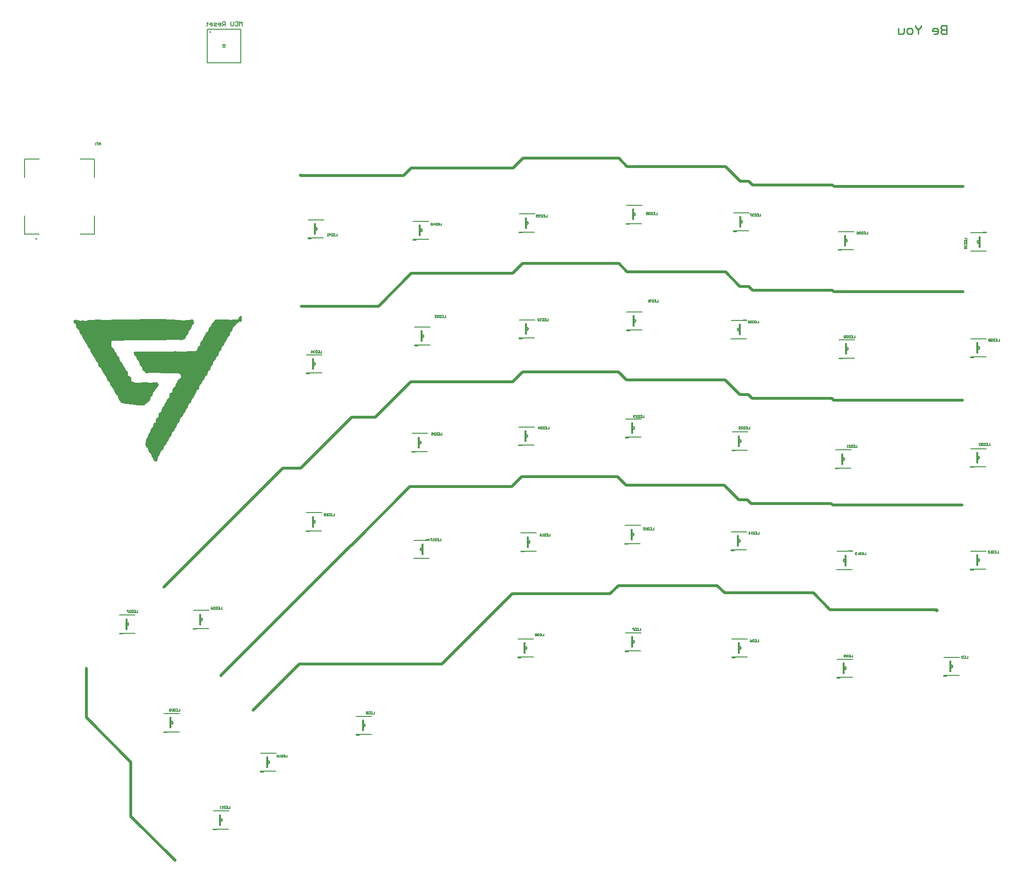
<source format=gbo>
G04*
G04 #@! TF.GenerationSoftware,Altium Limited,Altium Designer,24.10.1 (45)*
G04*
G04 Layer_Color=32896*
%FSLAX44Y44*%
%MOMM*%
G71*
G04*
G04 #@! TF.SameCoordinates,3551A3A7-0B07-42EA-8A9A-C0D20DE36A30*
G04*
G04*
G04 #@! TF.FilePolarity,Positive*
G04*
G01*
G75*
%ADD12C,0.2000*%
%ADD13C,0.2540*%
%ADD14C,0.1524*%
%ADD16C,0.1270*%
%ADD167C,0.5080*%
%ADD192R,0.3563X2.1082*%
%ADD193R,0.6858X0.2540*%
G36*
X415902Y463025D02*
Y462508D01*
Y454758D01*
X414094Y454500D01*
X412027Y453983D01*
X407894Y451400D01*
X406860Y450883D01*
X405569Y449075D01*
X405052Y448042D01*
X403244Y446233D01*
X402210Y445717D01*
X400661Y444167D01*
X399885Y441325D01*
X399369Y439258D01*
X395752Y435642D01*
X394719Y430992D01*
X394202Y428925D01*
X392911Y427634D01*
X391877Y427117D01*
X389036Y421692D01*
X388519Y420659D01*
X386711Y418850D01*
X385677Y416267D01*
X384902Y413425D01*
X382319Y410842D01*
X381027Y409034D01*
X380252Y405676D01*
X379736Y403609D01*
X376636Y401542D01*
X376119Y400509D01*
X375344Y399734D01*
X374569Y394826D01*
X371986Y392242D01*
X370436Y389659D01*
X369403Y387076D01*
X366303Y383976D01*
X365786Y381909D01*
X364753Y378293D01*
X361136Y374676D01*
X360619Y370543D01*
X359586Y367959D01*
X358294Y367184D01*
X357261Y366668D01*
X355969Y365376D01*
X354420Y359176D01*
X353128Y357885D01*
X352094Y357368D01*
X350286Y354010D01*
X349253Y351426D01*
X347703Y349876D01*
X346153Y347293D01*
X344603Y343676D01*
X340986Y340060D01*
X340470Y336960D01*
X339953Y334893D01*
X337628Y332568D01*
X336595Y332052D01*
X336078Y331018D01*
X334270Y326110D01*
X333236Y325077D01*
X329620Y318360D01*
X326778Y315518D01*
X325486Y310094D01*
X324195Y308802D01*
X323162Y308285D01*
X321870Y306994D01*
X320837Y304410D01*
X319803Y300277D01*
X319028Y299502D01*
X317995Y298985D01*
X316703Y297177D01*
X316187Y296144D01*
X314637Y292527D01*
X312312Y290202D01*
X311020Y286844D01*
X309987Y284261D01*
X309212Y284002D01*
X308179Y282969D01*
X307145Y282452D01*
X306370Y281161D01*
X305337Y277027D01*
X304562Y274702D01*
X303529Y274186D01*
X302754Y273411D01*
X300687Y269794D01*
X299654Y266178D01*
X298104Y264628D01*
X295004Y258944D01*
X291904Y255844D01*
X291387Y253778D01*
X290354Y250161D01*
X289062Y248869D01*
X288029Y248353D01*
X286220Y246028D01*
X285704Y243961D01*
X284671Y241378D01*
X283120Y239828D01*
X280537Y235178D01*
X276921Y230011D01*
X276404Y227945D01*
X275371Y225361D01*
X274596Y224587D01*
X273562Y224070D01*
X271237Y221745D01*
X270721Y219678D01*
X269171Y216062D01*
X268654Y215028D01*
X266071Y212445D01*
X265554Y206762D01*
X265037Y204695D01*
X262196Y203403D01*
X259871Y204179D01*
X257288Y208828D01*
X256771Y209862D01*
X255738Y210895D01*
X254704Y213478D01*
X253671Y217095D01*
X251863Y218903D01*
X250829Y219420D01*
X249538Y221228D01*
X249021Y224845D01*
X247988Y227428D01*
X246696Y228720D01*
X245663Y229236D01*
X244371Y230528D01*
X243854Y233628D01*
X244371Y240345D01*
X245404Y243961D01*
X247988Y247578D01*
X248504Y251194D01*
X249538Y253778D01*
X251088Y255328D01*
X252379Y257136D01*
X253671Y262561D01*
X255738Y264628D01*
X257029Y266436D01*
X257804Y269794D01*
X259096Y272636D01*
X260129Y273153D01*
X261938Y274961D01*
X262454Y279094D01*
X263487Y281677D01*
X266329Y282969D01*
X267621Y284261D01*
X267104Y288394D01*
X268137Y290977D01*
X272271Y293561D01*
X272787Y299760D01*
X274079Y301052D01*
X275112Y301569D01*
X276921Y303377D01*
X277437Y304410D01*
X278471Y308027D01*
X279246Y308802D01*
X281570Y311644D01*
X282087Y313710D01*
X283120Y316294D01*
X285445Y317585D01*
X286996Y319135D01*
X286737Y323527D01*
X287770Y326110D01*
X290612Y327402D01*
X291904Y328693D01*
X292420Y334377D01*
X293712Y335668D01*
X294745Y336185D01*
X296554Y337993D01*
X297329Y339801D01*
X298104Y343160D01*
X300429Y345485D01*
X302237Y350393D01*
X303012Y351168D01*
X305595Y352718D01*
X306887Y354010D01*
X307404Y356593D01*
X306370Y360210D01*
X305595Y360984D01*
X301462Y361501D01*
X271496Y362018D01*
X269946Y362534D01*
X249538Y362276D01*
X246954Y361759D01*
X244629Y362018D01*
X241013Y365634D01*
X239979Y366151D01*
X238171Y367959D01*
X237654Y371576D01*
X237138Y373643D01*
X236363Y374418D01*
X234555Y375709D01*
X233263Y377518D01*
X232488Y380876D01*
X231455Y383459D01*
X229130Y385784D01*
X227838Y389142D01*
X227321Y391209D01*
X225513Y393017D01*
X224480Y393534D01*
X224221Y394309D01*
X223188Y395342D01*
X222671Y399476D01*
X223705Y400509D01*
X225771Y401026D01*
X294229Y400767D01*
X295779Y401284D01*
X300945Y400767D01*
X302495Y401284D01*
X303787Y401026D01*
X331945Y401284D01*
X335561Y402834D01*
X336595Y405417D01*
X337370Y408775D01*
X338661Y410067D01*
X339695Y410584D01*
X341503Y412392D01*
X342020Y414975D01*
X342536Y418592D01*
X343311Y419367D01*
X344345Y419884D01*
X346153Y421692D01*
X346928Y423500D01*
X347703Y426342D01*
X349770Y428409D01*
X351320Y430992D01*
X352353Y434608D01*
X356486Y437192D01*
X357003Y441842D01*
X357778Y444167D01*
X360361Y445717D01*
X362169Y449075D01*
X363203Y451658D01*
X363978Y452433D01*
X365011Y452950D01*
X366819Y455275D01*
X367336Y456308D01*
X369403Y458375D01*
X391361Y458116D01*
X398077Y457600D01*
X399627Y458116D01*
X403244Y458633D01*
X404794Y458116D01*
X409185Y458375D01*
X411769Y463025D01*
X413577Y464316D01*
X415644Y464833D01*
X415902Y463025D01*
D02*
G37*
G36*
X293712Y458633D02*
X295779Y458116D01*
X297329Y457600D01*
X306628Y457083D01*
X308179Y456566D01*
X312053Y456825D01*
X317737Y457341D01*
X321870Y457858D01*
X326778Y458633D01*
X328845Y458116D01*
X330136Y456825D01*
X330653Y451658D01*
X327037Y448042D01*
X325486Y441842D01*
X324712Y441067D01*
X322903Y439775D01*
X321612Y437967D01*
X320837Y433059D01*
X317220Y429442D01*
X315153Y424275D01*
X312828Y422467D01*
X309729Y421950D01*
X308179Y421434D01*
X304820Y421692D01*
X257546Y421434D01*
X216730Y420917D01*
X193997Y419884D01*
X187280Y420400D01*
X183664Y419884D01*
X182372Y418592D01*
X182889Y410842D01*
X183405Y408775D01*
X184180Y408000D01*
X185214Y407484D01*
X185989Y406709D01*
X187539Y404126D01*
X188572Y401542D01*
X189347Y400767D01*
X190380Y400251D01*
X192188Y397926D01*
X192705Y393792D01*
X193480Y393017D01*
X196063Y391467D01*
X197355Y390176D01*
X197872Y383459D01*
X200197Y382168D01*
X202005Y380359D01*
X203038Y377776D01*
X204330Y374418D01*
X206913Y371318D01*
X207688Y368476D01*
X210530Y366151D01*
X211563Y365634D01*
X212597Y363051D01*
X212338Y358660D01*
X213113Y357885D01*
X216730Y355818D01*
X217763Y353235D01*
X218280Y348585D01*
X221121Y346776D01*
X223705Y345743D01*
X226288Y345226D01*
X247213Y345485D01*
X248763Y344968D01*
X263746Y345485D01*
X265812Y344968D01*
X266587Y344193D01*
X267104Y340577D01*
X266587Y338510D01*
X265296Y337218D01*
X264263Y336702D01*
X263487Y335927D01*
X262196Y334118D01*
X260904Y330760D01*
X258321Y328177D01*
X257288Y325593D01*
X256254Y321977D01*
X255479Y321202D01*
X254446Y320685D01*
X253154Y319394D01*
X252638Y316810D01*
X251604Y312677D01*
X250829Y311902D01*
X249796Y311385D01*
X245663Y307252D01*
X241013Y304669D01*
X235330Y304152D01*
X233780Y304669D01*
X232230Y304152D01*
X229905Y304410D01*
X225771Y304927D01*
X218797Y305702D01*
X210013Y306735D01*
X204847Y307252D01*
X201230Y308285D01*
X198905Y311127D01*
X198388Y312160D01*
X196322Y314227D01*
X195805Y315260D01*
X195030Y316035D01*
X194255Y319394D01*
X193222Y321977D01*
X191930Y323268D01*
X190897Y323785D01*
X188572Y328177D01*
X187539Y330760D01*
X186505Y331793D01*
X183922Y336443D01*
X183405Y337477D01*
X182630Y338251D01*
X180305Y341093D01*
X179789Y343676D01*
X178755Y346260D01*
X176947Y348068D01*
X175914Y348585D01*
X175655Y349360D01*
X174880Y350135D01*
X174105Y352976D01*
X173072Y355560D01*
X171522Y357110D01*
X168939Y361759D01*
X168422Y362793D01*
X167389Y363826D01*
X166872Y364860D01*
X166097Y365634D01*
X164289Y370543D01*
X162997Y371834D01*
X161189Y373126D01*
X159897Y374934D01*
X159122Y378293D01*
X158606Y380359D01*
X157831Y381134D01*
X156797Y381651D01*
X156022Y382426D01*
X154472Y385009D01*
X152922Y388626D01*
X151889Y389659D01*
X149823Y393276D01*
X148789Y395859D01*
X148272Y396892D01*
X147498Y397667D01*
X146464Y398184D01*
X145173Y399992D01*
X144656Y403092D01*
Y403609D01*
X144139Y405159D01*
X141039Y408259D01*
X139489Y410842D01*
X138973Y413942D01*
X136906Y416009D01*
X134323Y420659D01*
X133806Y421692D01*
X133031Y422467D01*
X130706Y425309D01*
X130189Y428409D01*
X129156Y430992D01*
X128381Y431250D01*
X125540Y434092D01*
X125023Y437708D01*
X124506Y439775D01*
X123731Y440550D01*
X122698Y441067D01*
X120373Y443392D01*
X119340Y447525D01*
X118048Y450367D01*
X117015Y450883D01*
X115981Y451917D01*
X114948Y454500D01*
X115206Y456825D01*
X115981Y457600D01*
X118565Y458116D01*
X121148Y457083D01*
X124764Y456566D01*
X126314Y456050D01*
X129673Y456308D01*
X137681Y456050D01*
X141298Y457083D01*
X143364Y457600D01*
X162481Y458116D01*
X166097Y457600D01*
X197872Y458375D01*
X268654Y458891D01*
X293712Y458633D01*
D02*
G37*
D12*
X48662Y602942D02*
G03*
X48662Y602942I-1000J0D01*
G01*
X360918Y973836D02*
G03*
X360918Y973836I-1000J0D01*
G01*
D13*
X1120394Y-119888D02*
G03*
X1120394Y-119888I-2286J0D01*
G01*
X1311482Y-130962D02*
G03*
X1311482Y-130962I-2286J0D01*
G01*
X1500204Y-167212D02*
G03*
X1500204Y-167212I-2286J0D01*
G01*
X548386Y378714D02*
G03*
X548386Y378714I-2286J0D01*
G01*
X1503680Y405638D02*
G03*
X1503680Y405638I-2286J0D01*
G01*
X547864Y95429D02*
G03*
X547864Y95429I-2286J0D01*
G01*
X1119632Y72644D02*
G03*
X1119632Y72644I-2286J0D01*
G01*
X1310299Y61149D02*
G03*
X1310299Y61149I-2286J0D01*
G01*
X1739392Y26416D02*
G03*
X1739392Y26416I-2286J0D01*
G01*
X1691386Y-164084D02*
G03*
X1691386Y-164084I-2286J0D01*
G01*
X1499870Y25908D02*
G03*
X1499870Y25908I-2286J0D01*
G01*
X1310173Y440261D02*
G03*
X1310173Y440261I-2286J0D01*
G01*
X551434Y621030D02*
G03*
X551434Y621030I-2286J0D01*
G01*
X739902Y618490D02*
G03*
X739902Y618490I-2286J0D01*
G01*
X929894Y631444D02*
G03*
X929894Y631444I-2286J0D01*
G01*
X1121918Y646938D02*
G03*
X1121918Y646938I-2286J0D01*
G01*
X1314196Y633730D02*
G03*
X1314196Y633730I-2286J0D01*
G01*
X1502156Y599948D02*
G03*
X1502156Y599948I-2286J0D01*
G01*
X1739900Y597408D02*
G03*
X1739900Y597408I-2286J0D01*
G01*
X1739646Y407416D02*
G03*
X1739646Y407416I-2286J0D01*
G01*
X1739137Y210448D02*
G03*
X1739137Y210448I-2286J0D01*
G01*
X1497330Y208026D02*
G03*
X1497330Y208026I-2286J0D01*
G01*
X1311910Y240284D02*
G03*
X1311910Y240284I-2286J0D01*
G01*
X1120902Y263652D02*
G03*
X1120902Y263652I-2286J0D01*
G01*
X928878Y249428D02*
G03*
X928878Y249428I-2286J0D01*
G01*
X737870Y237744D02*
G03*
X737870Y237744I-2286J0D01*
G01*
X741041Y46085D02*
G03*
X741041Y46085I-2286J0D01*
G01*
X933081Y59130D02*
G03*
X933081Y59130I-2286J0D01*
G01*
X637540Y-269748D02*
G03*
X637540Y-269748I-2286J0D01*
G01*
X213392Y-88091D02*
G03*
X213392Y-88091I-2286J0D01*
G01*
X292862Y-264922D02*
G03*
X292862Y-264922I-2286J0D01*
G01*
X381254Y-439420D02*
G03*
X381254Y-439420I-2286J0D01*
G01*
X466090Y-335788D02*
G03*
X466090Y-335788I-2286J0D01*
G01*
X927688Y-130839D02*
G03*
X927688Y-130839I-2286J0D01*
G01*
X345694Y-79756D02*
G03*
X345694Y-79756I-2286J0D01*
G01*
X1122680Y455930D02*
G03*
X1122680Y455930I-2286J0D01*
G01*
X929949Y441372D02*
G03*
X929949Y441372I-2286J0D01*
G01*
X742549Y428651D02*
G03*
X742549Y428651I-2286J0D01*
G01*
X1680464Y985515D02*
Y970280D01*
X1672847D01*
X1670307Y972819D01*
Y975358D01*
X1672847Y977897D01*
X1680464D01*
X1672847D01*
X1670307Y980437D01*
Y982976D01*
X1672847Y985515D01*
X1680464D01*
X1657611Y970280D02*
X1662690D01*
X1665229Y972819D01*
Y977897D01*
X1662690Y980437D01*
X1657611D01*
X1655072Y977897D01*
Y975358D01*
X1665229D01*
X1634759Y985515D02*
Y982976D01*
X1629680Y977897D01*
X1624602Y982976D01*
Y985515D01*
X1629680Y977897D02*
Y970280D01*
X1616985D02*
X1611906D01*
X1609367Y972819D01*
Y977897D01*
X1611906Y980437D01*
X1616985D01*
X1619524Y977897D01*
Y972819D01*
X1616985Y970280D01*
X1604289Y980437D02*
Y972819D01*
X1601750Y970280D01*
X1594132D01*
Y980437D01*
D14*
X417322Y985266D02*
Y992884D01*
X414783Y990344D01*
X412244Y992884D01*
Y985266D01*
X404626Y991614D02*
X405896Y992884D01*
X408435D01*
X409705Y991614D01*
Y986536D01*
X408435Y985266D01*
X405896D01*
X404626Y986536D01*
X402087Y992884D02*
Y986536D01*
X400817Y985266D01*
X398278D01*
X397009Y986536D01*
Y992884D01*
X386852Y985266D02*
Y992884D01*
X383043D01*
X381773Y991614D01*
Y989075D01*
X383043Y987805D01*
X386852D01*
X384313D02*
X381773Y985266D01*
X375425D02*
X377965D01*
X379234Y986536D01*
Y989075D01*
X377965Y990344D01*
X375425D01*
X374156Y989075D01*
Y987805D01*
X379234D01*
X371617Y985266D02*
X367808D01*
X366538Y986536D01*
X367808Y987805D01*
X370347D01*
X371617Y989075D01*
X370347Y990344D01*
X366538D01*
X360191Y985266D02*
X362730D01*
X363999Y986536D01*
Y989075D01*
X362730Y990344D01*
X360191D01*
X358921Y989075D01*
Y987805D01*
X363999D01*
X355112Y991614D02*
Y990344D01*
X356382D01*
X353843D01*
X355112D01*
Y986536D01*
X353843Y985266D01*
D16*
X27162Y611942D02*
Y644942D01*
Y611942D02*
X52662D01*
X126662D02*
X152162D01*
Y644942D01*
X27162Y712942D02*
Y745942D01*
X52662D01*
X126662D02*
X152162D01*
Y712942D02*
Y745942D01*
X1104392Y-103632D02*
X1132332D01*
X1103891Y-136192D02*
X1131831D01*
X1294979Y-147266D02*
X1322919D01*
X1295480Y-114706D02*
X1323420D01*
X1484202Y-150956D02*
X1512142D01*
X1483701Y-183516D02*
X1511641D01*
X531883Y362410D02*
X559823D01*
X532384Y394970D02*
X560324D01*
X1487678Y421894D02*
X1515618D01*
X1487177Y389334D02*
X1515117D01*
X531361Y79125D02*
X559301D01*
X531862Y111685D02*
X559802D01*
X1103630Y88900D02*
X1131570D01*
X1103129Y56340D02*
X1131069D01*
X1293796Y44845D02*
X1321736D01*
X1294297Y77405D02*
X1322237D01*
X1722889Y10112D02*
X1750829D01*
X1723390Y42672D02*
X1751330D01*
X1674883Y-180388D02*
X1702823D01*
X1675384Y-147828D02*
X1703324D01*
X1483360Y9652D02*
X1511300D01*
X1483861Y42212D02*
X1511801D01*
X1294164Y456565D02*
X1322103D01*
X1293663Y424005D02*
X1321603D01*
X535432Y637286D02*
X563372D01*
X534931Y604726D02*
X562871D01*
X723399Y602186D02*
X751339D01*
X723900Y634746D02*
X751840D01*
X913892Y647700D02*
X941832D01*
X913391Y615140D02*
X941331D01*
X1105415Y630634D02*
X1133355D01*
X1105916Y663194D02*
X1133856D01*
X1298194Y649986D02*
X1326134D01*
X1297693Y617426D02*
X1325633D01*
X1485653Y583644D02*
X1513593D01*
X1486154Y616204D02*
X1514094D01*
X1723390Y581152D02*
X1751330D01*
X1723891Y613712D02*
X1751831D01*
X1723143Y391112D02*
X1751083D01*
X1723644Y423672D02*
X1751584D01*
X1722634Y194144D02*
X1750574D01*
X1723135Y226704D02*
X1751075D01*
X1481328Y224282D02*
X1509268D01*
X1480827Y191722D02*
X1508767D01*
X1295407Y223980D02*
X1323347D01*
X1295908Y256540D02*
X1323848D01*
X1104900Y279908D02*
X1132840D01*
X1104399Y247348D02*
X1132339D01*
X912375Y233124D02*
X940315D01*
X912876Y265684D02*
X940816D01*
X721868Y254000D02*
X749808D01*
X721367Y221440D02*
X749307D01*
X724531Y29829D02*
X752471D01*
X725032Y62389D02*
X752972D01*
X916578Y42825D02*
X944518D01*
X917079Y75385D02*
X945019D01*
X621538Y-253492D02*
X649478D01*
X621037Y-286052D02*
X648977D01*
X197390Y-71835D02*
X225330D01*
X196889Y-104395D02*
X224829D01*
X276860Y-248666D02*
X304800D01*
X276359Y-281226D02*
X304299D01*
X365252Y-423164D02*
X393192D01*
X364751Y-455724D02*
X392691D01*
X449587Y-352092D02*
X477527D01*
X450088Y-319532D02*
X478028D01*
X911686Y-114583D02*
X939626D01*
X911185Y-147143D02*
X939125D01*
X329692Y-63500D02*
X357632D01*
X329191Y-96060D02*
X357131D01*
X1106177Y439626D02*
X1134117D01*
X1106678Y472186D02*
X1134618D01*
X913947Y457628D02*
X941887D01*
X913446Y425068D02*
X941386D01*
X726046Y412346D02*
X753986D01*
X726546Y444907D02*
X754486D01*
X354302Y918944D02*
X414302D01*
Y978944D01*
X354302D02*
X414302D01*
X354302Y918944D02*
Y978944D01*
X1718393Y-145543D02*
Y-149605D01*
X1715685D01*
X1711622Y-145543D02*
X1714330D01*
Y-149605D01*
X1711622D01*
X1714330Y-147574D02*
X1712976D01*
X1710267Y-145543D02*
Y-149605D01*
X1708236D01*
X1707559Y-148928D01*
Y-146220D01*
X1708236Y-145543D01*
X1710267D01*
X587415Y612647D02*
Y608585D01*
X584706D01*
X580643Y612647D02*
X583352D01*
Y608585D01*
X580643D01*
X583352Y610616D02*
X581998D01*
X579289Y612647D02*
Y608585D01*
X577258D01*
X576581Y609262D01*
Y611970D01*
X577258Y612647D01*
X579289D01*
X573195Y608585D02*
Y612647D01*
X575226Y610616D01*
X572518D01*
X571164Y608585D02*
X569809D01*
X570487D01*
Y612647D01*
X571164Y611970D01*
X774782Y631443D02*
Y627381D01*
X772073D01*
X768010Y631443D02*
X770719D01*
Y627381D01*
X768010D01*
X770719Y629412D02*
X769365D01*
X766656Y631443D02*
Y627381D01*
X764625D01*
X763948Y628058D01*
Y630766D01*
X764625Y631443D01*
X766656D01*
X760562Y627381D02*
Y631443D01*
X762594Y629412D01*
X759885D01*
X758531Y630766D02*
X757854Y631443D01*
X756499D01*
X755822Y630766D01*
Y628058D01*
X756499Y627381D01*
X757854D01*
X758531Y628058D01*
Y630766D01*
X963758Y646429D02*
Y642367D01*
X961049D01*
X956986Y646429D02*
X959695D01*
Y642367D01*
X956986D01*
X959695Y644398D02*
X958341D01*
X955632Y646429D02*
Y642367D01*
X953601D01*
X952924Y643044D01*
Y645752D01*
X953601Y646429D01*
X955632D01*
X951570Y645752D02*
X950892Y646429D01*
X949538D01*
X948861Y645752D01*
Y645075D01*
X949538Y644398D01*
X950215D01*
X949538D01*
X948861Y643721D01*
Y643044D01*
X949538Y642367D01*
X950892D01*
X951570Y643044D01*
X947507D02*
X946830Y642367D01*
X945475D01*
X944798Y643044D01*
Y645752D01*
X945475Y646429D01*
X946830D01*
X947507Y645752D01*
Y645075D01*
X946830Y644398D01*
X944798D01*
X1161116Y650493D02*
Y646431D01*
X1158407D01*
X1154344Y650493D02*
X1157053D01*
Y646431D01*
X1154344D01*
X1157053Y648462D02*
X1155699D01*
X1152990Y650493D02*
Y646431D01*
X1150959D01*
X1150282Y647108D01*
Y649816D01*
X1150959Y650493D01*
X1152990D01*
X1148928Y649816D02*
X1148250Y650493D01*
X1146896D01*
X1146219Y649816D01*
Y649139D01*
X1146896Y648462D01*
X1147573D01*
X1146896D01*
X1146219Y647785D01*
Y647108D01*
X1146896Y646431D01*
X1148250D01*
X1148928Y647108D01*
X1144865Y649816D02*
X1144188Y650493D01*
X1142833D01*
X1142156Y649816D01*
Y649139D01*
X1142833Y648462D01*
X1142156Y647785D01*
Y647108D01*
X1142833Y646431D01*
X1144188D01*
X1144865Y647108D01*
Y647785D01*
X1144188Y648462D01*
X1144865Y649139D01*
Y649816D01*
X1144188Y648462D02*
X1142833D01*
X1347044Y648207D02*
Y644145D01*
X1344335D01*
X1340273Y648207D02*
X1342981D01*
Y644145D01*
X1340273D01*
X1342981Y646176D02*
X1341627D01*
X1338918Y648207D02*
Y644145D01*
X1336887D01*
X1336210Y644822D01*
Y647530D01*
X1336887Y648207D01*
X1338918D01*
X1334855Y647530D02*
X1334178Y648207D01*
X1332824D01*
X1332147Y647530D01*
Y646853D01*
X1332824Y646176D01*
X1333501D01*
X1332824D01*
X1332147Y645499D01*
Y644822D01*
X1332824Y644145D01*
X1334178D01*
X1334855Y644822D01*
X1330793Y648207D02*
X1328084D01*
Y647530D01*
X1330793Y644822D01*
Y644145D01*
X1538814Y615949D02*
Y611887D01*
X1536105D01*
X1532043Y615949D02*
X1534751D01*
Y611887D01*
X1532043D01*
X1534751Y613918D02*
X1533397D01*
X1530688Y615949D02*
Y611887D01*
X1528657D01*
X1527980Y612564D01*
Y615272D01*
X1528657Y615949D01*
X1530688D01*
X1526626Y615272D02*
X1525948Y615949D01*
X1524594D01*
X1523917Y615272D01*
Y614595D01*
X1524594Y613918D01*
X1525271D01*
X1524594D01*
X1523917Y613241D01*
Y612564D01*
X1524594Y611887D01*
X1525948D01*
X1526626Y612564D01*
X1519854Y615949D02*
X1521209Y615272D01*
X1522563Y613918D01*
Y612564D01*
X1521886Y611887D01*
X1520531D01*
X1519854Y612564D01*
Y613241D01*
X1520531Y613918D01*
X1522563D01*
X1712723Y604348D02*
X1716785D01*
Y601639D01*
X1712723Y597576D02*
Y600285D01*
X1716785D01*
Y597576D01*
X1714754Y600285D02*
Y598931D01*
X1712723Y596222D02*
X1716785D01*
Y594191D01*
X1716108Y593514D01*
X1713400D01*
X1712723Y594191D01*
Y596222D01*
X1713400Y592160D02*
X1712723Y591482D01*
Y590128D01*
X1713400Y589451D01*
X1714077D01*
X1714754Y590128D01*
Y590805D01*
Y590128D01*
X1715431Y589451D01*
X1716108D01*
X1716785Y590128D01*
Y591482D01*
X1716108Y592160D01*
X1712723Y585388D02*
Y588097D01*
X1714754D01*
X1714077Y586743D01*
Y586065D01*
X1714754Y585388D01*
X1716108D01*
X1716785Y586065D01*
Y587420D01*
X1716108Y588097D01*
X559644Y402081D02*
Y398019D01*
X556935D01*
X552873Y402081D02*
X555581D01*
Y398019D01*
X552873D01*
X555581Y400050D02*
X554227D01*
X551518Y402081D02*
Y398019D01*
X549487D01*
X548810Y398696D01*
Y401404D01*
X549487Y402081D01*
X551518D01*
X547455Y401404D02*
X546778Y402081D01*
X545424D01*
X544747Y401404D01*
Y400727D01*
X545424Y400050D01*
X546101D01*
X545424D01*
X544747Y399373D01*
Y398696D01*
X545424Y398019D01*
X546778D01*
X547455Y398696D01*
X541362Y398019D02*
Y402081D01*
X543393Y400050D01*
X540684D01*
X782000Y465988D02*
Y461925D01*
X779292D01*
X775229Y465988D02*
X777937D01*
Y461925D01*
X775229D01*
X777937Y463957D02*
X776583D01*
X773875Y465988D02*
Y461925D01*
X771843D01*
X771166Y462602D01*
Y465311D01*
X771843Y465988D01*
X773875D01*
X769812Y465311D02*
X769135Y465988D01*
X767781D01*
X767104Y465311D01*
Y464634D01*
X767781Y463957D01*
X768458D01*
X767781D01*
X767104Y463279D01*
Y462602D01*
X767781Y461925D01*
X769135D01*
X769812Y462602D01*
X765749Y465311D02*
X765072Y465988D01*
X763718D01*
X763041Y465311D01*
Y464634D01*
X763718Y463957D01*
X764395D01*
X763718D01*
X763041Y463279D01*
Y462602D01*
X763718Y461925D01*
X765072D01*
X765749Y462602D01*
X966044Y459993D02*
Y455931D01*
X963335D01*
X959273Y459993D02*
X961981D01*
Y455931D01*
X959273D01*
X961981Y457962D02*
X960627D01*
X957918Y459993D02*
Y455931D01*
X955887D01*
X955210Y456608D01*
Y459316D01*
X955887Y459993D01*
X957918D01*
X953856Y459316D02*
X953178Y459993D01*
X951824D01*
X951147Y459316D01*
Y458639D01*
X951824Y457962D01*
X952501D01*
X951824D01*
X951147Y457285D01*
Y456608D01*
X951824Y455931D01*
X953178D01*
X953856Y456608D01*
X947084Y455931D02*
X949793D01*
X947084Y458639D01*
Y459316D01*
X947762Y459993D01*
X949116D01*
X949793Y459316D01*
X1162725Y494029D02*
Y489967D01*
X1160016D01*
X1155953Y494029D02*
X1158662D01*
Y489967D01*
X1155953D01*
X1158662Y491998D02*
X1157308D01*
X1154599Y494029D02*
Y489967D01*
X1152568D01*
X1151891Y490644D01*
Y493352D01*
X1152568Y494029D01*
X1154599D01*
X1150536Y493352D02*
X1149859Y494029D01*
X1148505D01*
X1147828Y493352D01*
Y492675D01*
X1148505Y491998D01*
X1149182D01*
X1148505D01*
X1147828Y491321D01*
Y490644D01*
X1148505Y489967D01*
X1149859D01*
X1150536Y490644D01*
X1146474Y489967D02*
X1145119D01*
X1145797D01*
Y494029D01*
X1146474Y493352D01*
X1343488Y456183D02*
Y452121D01*
X1340779D01*
X1336716Y456183D02*
X1339425D01*
Y452121D01*
X1336716D01*
X1339425Y454152D02*
X1338071D01*
X1335362Y456183D02*
Y452121D01*
X1333331D01*
X1332654Y452798D01*
Y455506D01*
X1333331Y456183D01*
X1335362D01*
X1331299Y455506D02*
X1330622Y456183D01*
X1329268D01*
X1328591Y455506D01*
Y454829D01*
X1329268Y454152D01*
X1329945D01*
X1329268D01*
X1328591Y453475D01*
Y452798D01*
X1329268Y452121D01*
X1330622D01*
X1331299Y452798D01*
X1327237Y455506D02*
X1326560Y456183D01*
X1325206D01*
X1324528Y455506D01*
Y452798D01*
X1325206Y452121D01*
X1326560D01*
X1327237Y452798D01*
Y455506D01*
X1515954Y429259D02*
Y425197D01*
X1513245D01*
X1509182Y429259D02*
X1511891D01*
Y425197D01*
X1509182D01*
X1511891Y427228D02*
X1510537D01*
X1507828Y429259D02*
Y425197D01*
X1505797D01*
X1505120Y425874D01*
Y428582D01*
X1505797Y429259D01*
X1507828D01*
X1501057Y425197D02*
X1503766D01*
X1501057Y427905D01*
Y428582D01*
X1501734Y429259D01*
X1503088D01*
X1503766Y428582D01*
X1499703Y425874D02*
X1499026Y425197D01*
X1497672D01*
X1496994Y425874D01*
Y428582D01*
X1497672Y429259D01*
X1499026D01*
X1499703Y428582D01*
Y427905D01*
X1499026Y427228D01*
X1496994D01*
X1775034Y423417D02*
Y419355D01*
X1772325D01*
X1768262Y423417D02*
X1770971D01*
Y419355D01*
X1768262D01*
X1770971Y421386D02*
X1769617D01*
X1766908Y423417D02*
Y419355D01*
X1764877D01*
X1764200Y420032D01*
Y422740D01*
X1764877Y423417D01*
X1766908D01*
X1760137Y419355D02*
X1762845D01*
X1760137Y422063D01*
Y422740D01*
X1760814Y423417D01*
X1762168D01*
X1762845Y422740D01*
X1758783D02*
X1758106Y423417D01*
X1756752D01*
X1756074Y422740D01*
Y422063D01*
X1756752Y421386D01*
X1756074Y420709D01*
Y420032D01*
X1756752Y419355D01*
X1758106D01*
X1758783Y420032D01*
Y420709D01*
X1758106Y421386D01*
X1758783Y422063D01*
Y422740D01*
X1758106Y421386D02*
X1756752D01*
X229476Y-63454D02*
Y-67516D01*
X226767D01*
X222705Y-63454D02*
X225413D01*
Y-67516D01*
X222705D01*
X225413Y-65485D02*
X224059D01*
X221350Y-63454D02*
Y-67516D01*
X219319D01*
X218642Y-66839D01*
Y-64131D01*
X219319Y-63454D01*
X221350D01*
X214579Y-67516D02*
X217288D01*
X214579Y-64808D01*
Y-64131D01*
X215256Y-63454D01*
X216611D01*
X217288Y-64131D01*
X213225Y-63454D02*
X210516D01*
Y-64131D01*
X213225Y-66839D01*
Y-67516D01*
X380320Y-57659D02*
Y-61721D01*
X377611D01*
X373549Y-57659D02*
X376257D01*
Y-61721D01*
X373549D01*
X376257Y-59690D02*
X374903D01*
X372194Y-57659D02*
Y-61721D01*
X370163D01*
X369486Y-61044D01*
Y-58336D01*
X370163Y-57659D01*
X372194D01*
X365423Y-61721D02*
X368131D01*
X365423Y-59013D01*
Y-58336D01*
X366100Y-57659D01*
X367454D01*
X368131Y-58336D01*
X361360Y-57659D02*
X362715Y-58336D01*
X364069Y-59690D01*
Y-61044D01*
X363392Y-61721D01*
X362038D01*
X361360Y-61044D01*
Y-60367D01*
X362038Y-59690D01*
X364069D01*
X775544Y254761D02*
Y250699D01*
X772835D01*
X768773Y254761D02*
X771481D01*
Y250699D01*
X768773D01*
X771481Y252730D02*
X770127D01*
X767418Y254761D02*
Y250699D01*
X765387D01*
X764710Y251376D01*
Y254084D01*
X765387Y254761D01*
X767418D01*
X760647Y250699D02*
X763355D01*
X760647Y253407D01*
Y254084D01*
X761324Y254761D01*
X762678D01*
X763355Y254084D01*
X756584Y254761D02*
X759293D01*
Y252730D01*
X757939Y253407D01*
X757262D01*
X756584Y252730D01*
Y251376D01*
X757262Y250699D01*
X758616D01*
X759293Y251376D01*
X967314Y265937D02*
Y261875D01*
X964605D01*
X960543Y265937D02*
X963251D01*
Y261875D01*
X960543D01*
X963251Y263906D02*
X961897D01*
X959188Y265937D02*
Y261875D01*
X957157D01*
X956480Y262552D01*
Y265260D01*
X957157Y265937D01*
X959188D01*
X952417Y261875D02*
X955126D01*
X952417Y264583D01*
Y265260D01*
X953094Y265937D01*
X954448D01*
X955126Y265260D01*
X949032Y261875D02*
Y265937D01*
X951063Y263906D01*
X948354D01*
X1138002Y286511D02*
Y282449D01*
X1135293D01*
X1131230Y286511D02*
X1133939D01*
Y282449D01*
X1131230D01*
X1133939Y284480D02*
X1132585D01*
X1129876Y286511D02*
Y282449D01*
X1127845D01*
X1127168Y283126D01*
Y285834D01*
X1127845Y286511D01*
X1129876D01*
X1123105Y282449D02*
X1125814D01*
X1123105Y285157D01*
Y285834D01*
X1123782Y286511D01*
X1125136D01*
X1125814Y285834D01*
X1121751D02*
X1121074Y286511D01*
X1119719D01*
X1119042Y285834D01*
Y285157D01*
X1119719Y284480D01*
X1120397D01*
X1119719D01*
X1119042Y283803D01*
Y283126D01*
X1119719Y282449D01*
X1121074D01*
X1121751Y283126D01*
X1326978Y266191D02*
Y262129D01*
X1324269D01*
X1320206Y266191D02*
X1322915D01*
Y262129D01*
X1320206D01*
X1322915Y264160D02*
X1321561D01*
X1318852Y266191D02*
Y262129D01*
X1316821D01*
X1316144Y262806D01*
Y265514D01*
X1316821Y266191D01*
X1318852D01*
X1312081Y262129D02*
X1314789D01*
X1312081Y264837D01*
Y265514D01*
X1312758Y266191D01*
X1314112D01*
X1314789Y265514D01*
X1308018Y262129D02*
X1310727D01*
X1308018Y264837D01*
Y265514D01*
X1308696Y266191D01*
X1310050D01*
X1310727Y265514D01*
X1519848Y233171D02*
Y229109D01*
X1517140D01*
X1513077Y233171D02*
X1515786D01*
Y229109D01*
X1513077D01*
X1515786Y231140D02*
X1514432D01*
X1511723Y233171D02*
Y229109D01*
X1509692D01*
X1509015Y229786D01*
Y232494D01*
X1509692Y233171D01*
X1511723D01*
X1504952Y229109D02*
X1507660D01*
X1504952Y231817D01*
Y232494D01*
X1505629Y233171D01*
X1506983D01*
X1507660Y232494D01*
X1503598Y229109D02*
X1502243D01*
X1502921D01*
Y233171D01*
X1503598Y232494D01*
X1758016Y236219D02*
Y232157D01*
X1755307D01*
X1751245Y236219D02*
X1753953D01*
Y232157D01*
X1751245D01*
X1753953Y234188D02*
X1752599D01*
X1749890Y236219D02*
Y232157D01*
X1747859D01*
X1747182Y232834D01*
Y235542D01*
X1747859Y236219D01*
X1749890D01*
X1743119Y232157D02*
X1745827D01*
X1743119Y234865D01*
Y235542D01*
X1743796Y236219D01*
X1745150D01*
X1745827Y235542D01*
X1741765D02*
X1741088Y236219D01*
X1739733D01*
X1739056Y235542D01*
Y232834D01*
X1739733Y232157D01*
X1741088D01*
X1741765Y232834D01*
Y235542D01*
X305305Y-240539D02*
Y-244601D01*
X302597D01*
X298534Y-240539D02*
X301242D01*
Y-244601D01*
X298534D01*
X301242Y-242570D02*
X299888D01*
X297180Y-240539D02*
Y-244601D01*
X295148D01*
X294471Y-243924D01*
Y-241216D01*
X295148Y-240539D01*
X297180D01*
X293117Y-244601D02*
X291763D01*
X292440D01*
Y-240539D01*
X293117Y-241216D01*
X289731Y-243924D02*
X289054Y-244601D01*
X287700D01*
X287023Y-243924D01*
Y-241216D01*
X287700Y-240539D01*
X289054D01*
X289731Y-241216D01*
Y-241893D01*
X289054Y-242570D01*
X287023D01*
X582419Y109981D02*
Y105919D01*
X579711D01*
X575648Y109981D02*
X578356D01*
Y105919D01*
X575648D01*
X578356Y107950D02*
X577002D01*
X574294Y109981D02*
Y105919D01*
X572262D01*
X571585Y106596D01*
Y109304D01*
X572262Y109981D01*
X574294D01*
X570231Y105919D02*
X568877D01*
X569554D01*
Y109981D01*
X570231Y109304D01*
X566845D02*
X566168Y109981D01*
X564814D01*
X564137Y109304D01*
Y108627D01*
X564814Y107950D01*
X564137Y107273D01*
Y106596D01*
X564814Y105919D01*
X566168D01*
X566845Y106596D01*
Y107273D01*
X566168Y107950D01*
X566845Y108627D01*
Y109304D01*
X566168Y107950D02*
X564814D01*
X773173Y65531D02*
Y61469D01*
X770465D01*
X766402Y65531D02*
X769110D01*
Y61469D01*
X766402D01*
X769110Y63500D02*
X767756D01*
X765048Y65531D02*
Y61469D01*
X763016D01*
X762339Y62146D01*
Y64854D01*
X763016Y65531D01*
X765048D01*
X760985Y61469D02*
X759631D01*
X760308D01*
Y65531D01*
X760985Y64854D01*
X757599Y65531D02*
X754891D01*
Y64854D01*
X757599Y62146D01*
Y61469D01*
X969515Y74167D02*
Y70105D01*
X966807D01*
X962744Y74167D02*
X965452D01*
Y70105D01*
X962744D01*
X965452Y72136D02*
X964098D01*
X961390Y74167D02*
Y70105D01*
X959358D01*
X958681Y70782D01*
Y73490D01*
X959358Y74167D01*
X961390D01*
X957327Y70105D02*
X955973D01*
X956650D01*
Y74167D01*
X957327Y73490D01*
X951233Y74167D02*
X952587Y73490D01*
X953941Y72136D01*
Y70782D01*
X953264Y70105D01*
X951910D01*
X951233Y70782D01*
Y71459D01*
X951910Y72136D01*
X953941D01*
X1155443Y84581D02*
Y80519D01*
X1152735D01*
X1148672Y84581D02*
X1151380D01*
Y80519D01*
X1148672D01*
X1151380Y82550D02*
X1150026D01*
X1147318Y84581D02*
Y80519D01*
X1145286D01*
X1144609Y81196D01*
Y83904D01*
X1145286Y84581D01*
X1147318D01*
X1143255Y80519D02*
X1141901D01*
X1142578D01*
Y84581D01*
X1143255Y83904D01*
X1137161Y84581D02*
X1139869D01*
Y82550D01*
X1138515Y83227D01*
X1137838D01*
X1137161Y82550D01*
Y81196D01*
X1137838Y80519D01*
X1139192D01*
X1139869Y81196D01*
X1343911Y77215D02*
Y73153D01*
X1341203D01*
X1337140Y77215D02*
X1339848D01*
Y73153D01*
X1337140D01*
X1339848Y75184D02*
X1338494D01*
X1335786Y77215D02*
Y73153D01*
X1333754D01*
X1333077Y73830D01*
Y76538D01*
X1333754Y77215D01*
X1335786D01*
X1331723Y73153D02*
X1330369D01*
X1331046D01*
Y77215D01*
X1331723Y76538D01*
X1326306Y73153D02*
Y77215D01*
X1328337Y75184D01*
X1325629D01*
X1535427Y40385D02*
Y36323D01*
X1532719D01*
X1528656Y40385D02*
X1531364D01*
Y36323D01*
X1528656D01*
X1531364Y38354D02*
X1530010D01*
X1527302Y40385D02*
Y36323D01*
X1525270D01*
X1524593Y37000D01*
Y39708D01*
X1525270Y40385D01*
X1527302D01*
X1523239Y36323D02*
X1521885D01*
X1522562D01*
Y40385D01*
X1523239Y39708D01*
X1519853D02*
X1519176Y40385D01*
X1517822D01*
X1517145Y39708D01*
Y39031D01*
X1517822Y38354D01*
X1518499D01*
X1517822D01*
X1517145Y37677D01*
Y37000D01*
X1517822Y36323D01*
X1519176D01*
X1519853Y37000D01*
X1773425Y43687D02*
Y39625D01*
X1770717D01*
X1766654Y43687D02*
X1769362D01*
Y39625D01*
X1766654D01*
X1769362Y41656D02*
X1768008D01*
X1765300Y43687D02*
Y39625D01*
X1763268D01*
X1762591Y40302D01*
Y43010D01*
X1763268Y43687D01*
X1765300D01*
X1761237Y39625D02*
X1759883D01*
X1760560D01*
Y43687D01*
X1761237Y43010D01*
X1755143Y39625D02*
X1757851D01*
X1755143Y42333D01*
Y43010D01*
X1755820Y43687D01*
X1757174D01*
X1757851Y43010D01*
X394798Y-414783D02*
Y-418845D01*
X392090D01*
X388027Y-414783D02*
X390735D01*
Y-418845D01*
X388027D01*
X390735Y-416814D02*
X389381D01*
X386673Y-414783D02*
Y-418845D01*
X384641D01*
X383964Y-418168D01*
Y-415460D01*
X384641Y-414783D01*
X386673D01*
X382610Y-418845D02*
X381256D01*
X381933D01*
Y-414783D01*
X382610Y-415460D01*
X379224Y-418845D02*
X377870D01*
X378547D01*
Y-414783D01*
X379224Y-415460D01*
X497837Y-322835D02*
Y-326897D01*
X495129D01*
X491066Y-322835D02*
X493774D01*
Y-326897D01*
X491066D01*
X493774Y-324866D02*
X492420D01*
X489712Y-322835D02*
Y-326897D01*
X487680D01*
X487003Y-326220D01*
Y-323512D01*
X487680Y-322835D01*
X489712D01*
X485649Y-326897D02*
X484295D01*
X484972D01*
Y-322835D01*
X485649Y-323512D01*
X482263D02*
X481586Y-322835D01*
X480232D01*
X479555Y-323512D01*
Y-326220D01*
X480232Y-326897D01*
X481586D01*
X482263Y-326220D01*
Y-323512D01*
X654386Y-245365D02*
Y-249427D01*
X651678D01*
X647615Y-245365D02*
X650324D01*
Y-249427D01*
X647615D01*
X650324Y-247396D02*
X648969D01*
X646261Y-245365D02*
Y-249427D01*
X644230D01*
X643552Y-248750D01*
Y-246042D01*
X644230Y-245365D01*
X646261D01*
X642198Y-248750D02*
X641521Y-249427D01*
X640167D01*
X639490Y-248750D01*
Y-246042D01*
X640167Y-245365D01*
X641521D01*
X642198Y-246042D01*
Y-246719D01*
X641521Y-247396D01*
X639490D01*
X957996Y-105186D02*
Y-109248D01*
X955288D01*
X951225Y-105186D02*
X953934D01*
Y-109248D01*
X951225D01*
X953934Y-107217D02*
X952579D01*
X949871Y-105186D02*
Y-109248D01*
X947840D01*
X947162Y-108571D01*
Y-105863D01*
X947840Y-105186D01*
X949871D01*
X945808Y-105863D02*
X945131Y-105186D01*
X943777D01*
X943100Y-105863D01*
Y-106540D01*
X943777Y-107217D01*
X943100Y-107894D01*
Y-108571D01*
X943777Y-109248D01*
X945131D01*
X945808Y-108571D01*
Y-107894D01*
X945131Y-107217D01*
X945808Y-106540D01*
Y-105863D01*
X945131Y-107217D02*
X943777D01*
X1131906Y-95759D02*
Y-99821D01*
X1129198D01*
X1125135Y-95759D02*
X1127844D01*
Y-99821D01*
X1125135D01*
X1127844Y-97790D02*
X1126489D01*
X1123781Y-95759D02*
Y-99821D01*
X1121749D01*
X1121072Y-99144D01*
Y-96436D01*
X1121749Y-95759D01*
X1123781D01*
X1119718D02*
X1117010D01*
Y-96436D01*
X1119718Y-99144D01*
Y-99821D01*
X1343234Y-115825D02*
Y-119887D01*
X1340526D01*
X1336463Y-115825D02*
X1339172D01*
Y-119887D01*
X1336463D01*
X1339172Y-117856D02*
X1337817D01*
X1335109Y-115825D02*
Y-119887D01*
X1333078D01*
X1332400Y-119210D01*
Y-116502D01*
X1333078Y-115825D01*
X1335109D01*
X1328338D02*
X1329692Y-116502D01*
X1331046Y-117856D01*
Y-119210D01*
X1330369Y-119887D01*
X1329015D01*
X1328338Y-119210D01*
Y-118533D01*
X1329015Y-117856D01*
X1331046D01*
X1511462Y-143337D02*
Y-147399D01*
X1508754D01*
X1504691Y-143337D02*
X1507400D01*
Y-147399D01*
X1504691D01*
X1507400Y-145368D02*
X1506045D01*
X1503337Y-143337D02*
Y-147399D01*
X1501306D01*
X1500628Y-146722D01*
Y-144014D01*
X1501306Y-143337D01*
X1503337D01*
X1496566D02*
X1499274D01*
Y-145368D01*
X1497920Y-144691D01*
X1497243D01*
X1496566Y-145368D01*
Y-146722D01*
X1497243Y-147399D01*
X1498597D01*
X1499274Y-146722D01*
X163068Y771652D02*
Y775715D01*
X161714Y774361D01*
X160359Y775715D01*
Y771652D01*
X159005Y775715D02*
X156297D01*
X157651D01*
Y771652D01*
X154943D02*
X153588D01*
X154265D01*
Y775715D01*
X154943Y775038D01*
X382948Y949198D02*
X382271Y949875D01*
Y951229D01*
X382948Y951907D01*
X383625D01*
X384302Y951229D01*
Y949875D01*
X384979Y949198D01*
X385656D01*
X386333Y949875D01*
Y951229D01*
X385656Y951907D01*
X386333Y947844D02*
Y946489D01*
Y947167D01*
X382271D01*
X382948Y947844D01*
D167*
X378714Y-180594D02*
Y-180340D01*
X611886Y52832D01*
X612648D01*
X276479Y-21717D02*
X490220Y192024D01*
X522224D01*
X436626Y-243078D02*
X519938Y-159766D01*
X610362D01*
X217424Y-433070D02*
X296672Y-512318D01*
X217424Y-433070D02*
Y-335534D01*
X137668Y-255778D02*
X217424Y-335534D01*
X137668Y-255778D02*
Y-167386D01*
X610362Y-159766D02*
X775462D01*
X901446Y-33782D01*
X1076960D01*
X1091946Y-18796D01*
X1268984D01*
X1282446Y-32258D01*
X1441196D01*
X1471422Y-62484D01*
X1662176D01*
X1663446Y-63754D01*
X1661922D02*
X1663446D01*
X613156Y282956D02*
X655574D01*
X592963Y262763D02*
X613156Y282956D01*
X522224Y192024D02*
X592963Y262763D01*
X612648Y52832D02*
X718058Y158242D01*
X900430D01*
X918210Y176022D01*
X1090422D01*
X1105154Y161290D01*
X1281684D01*
X1473200Y128270D02*
X1476248Y125222D01*
X1707896D01*
X1281684Y161290D02*
X1307846Y135128D01*
X1323340D01*
X1330198Y128270D01*
X1473200D01*
X655574Y282956D02*
X719582Y346964D01*
X901954D01*
X919734Y364744D01*
X1091946D01*
X1106678Y350012D01*
X1283208D01*
X1474724Y316992D02*
X1477772Y313944D01*
X1709420D01*
X1283208Y350012D02*
X1309370Y323850D01*
X1324864D01*
X1331722Y316992D01*
X1474724D01*
X522732Y482346D02*
X661416D01*
X720090Y541020D01*
X902462D01*
X920242Y558800D01*
X1092454D01*
X1107186Y544068D01*
X1283716D01*
X1475232Y511048D02*
X1478280Y508000D01*
X1709928D01*
X1283716Y544068D02*
X1309878Y517906D01*
X1325372D01*
X1332230Y511048D01*
X1475232D01*
X1332484Y699770D02*
X1475486D01*
X1325626Y706628D02*
X1332484Y699770D01*
X1310132Y706628D02*
X1325626D01*
X1283970Y732790D02*
X1310132Y706628D01*
X1478534Y696722D02*
X1710182D01*
X1475486Y699770D02*
X1478534Y696722D01*
X1107440Y732790D02*
X1283970D01*
X1092708Y747522D02*
X1107440Y732790D01*
X920496Y747522D02*
X1092708D01*
X902716Y729742D02*
X920496Y747522D01*
X720344Y729742D02*
X902716D01*
X706882Y716280D02*
X720344Y729742D01*
X522986Y716280D02*
X706882D01*
X521462Y717804D02*
X522986Y716280D01*
X521462Y717804D02*
X522986D01*
D192*
X1116334Y-120063D02*
D03*
X1307422Y-131137D02*
D03*
X1496143Y-167387D02*
D03*
X544326Y378539D02*
D03*
X1499620Y405463D02*
D03*
X543803Y95254D02*
D03*
X1115572Y72469D02*
D03*
X1306238Y60974D02*
D03*
X1735332Y26241D02*
D03*
X1687326Y-164259D02*
D03*
X1499358Y26083D02*
D03*
X1309661Y440436D02*
D03*
X547374Y620855D02*
D03*
X735842Y618315D02*
D03*
X925834Y631269D02*
D03*
X1117858Y646763D02*
D03*
X1310136Y633555D02*
D03*
X1498096Y599773D02*
D03*
X1739388Y597583D02*
D03*
X1735586Y407241D02*
D03*
X1735076Y210273D02*
D03*
X1493270Y207851D02*
D03*
X1307850Y240109D02*
D03*
X1116842Y263477D02*
D03*
X924818Y249253D02*
D03*
X733810Y237569D02*
D03*
X740529Y46260D02*
D03*
X929021Y58954D02*
D03*
X633480Y-269923D02*
D03*
X209332Y-88266D02*
D03*
X288802Y-265097D02*
D03*
X377194Y-439595D02*
D03*
X462030Y-335963D02*
D03*
X923628Y-131014D02*
D03*
X341634Y-79931D02*
D03*
X1118620Y455755D02*
D03*
X925888Y441197D02*
D03*
X738488Y428475D02*
D03*
D193*
X1107059Y-137414D02*
D03*
X1298147Y-148488D02*
D03*
X1486869Y-184738D02*
D03*
X535051Y361188D02*
D03*
X1490345Y388112D02*
D03*
X534529Y77903D02*
D03*
X1106297Y55118D02*
D03*
X1296964Y43623D02*
D03*
X1726057Y8890D02*
D03*
X1678051Y-181610D02*
D03*
X1508633Y43434D02*
D03*
X1318936Y457787D02*
D03*
X538099Y603504D02*
D03*
X726567Y600964D02*
D03*
X916559Y613918D02*
D03*
X1108583Y629412D02*
D03*
X1300861Y616204D02*
D03*
X1488821Y582422D02*
D03*
X1748663Y614934D02*
D03*
X1726311Y389890D02*
D03*
X1725802Y192922D02*
D03*
X1483995Y190500D02*
D03*
X1298575Y222758D02*
D03*
X1107567Y246126D02*
D03*
X915543Y231902D02*
D03*
X724535Y220218D02*
D03*
X749804Y63611D02*
D03*
X919746Y41603D02*
D03*
X624205Y-287274D02*
D03*
X200057Y-105617D02*
D03*
X279527Y-282448D02*
D03*
X367919Y-456946D02*
D03*
X452755Y-353314D02*
D03*
X914353Y-148365D02*
D03*
X332359Y-97282D02*
D03*
X1109345Y438404D02*
D03*
X916613Y423846D02*
D03*
X729213Y411125D02*
D03*
M02*

</source>
